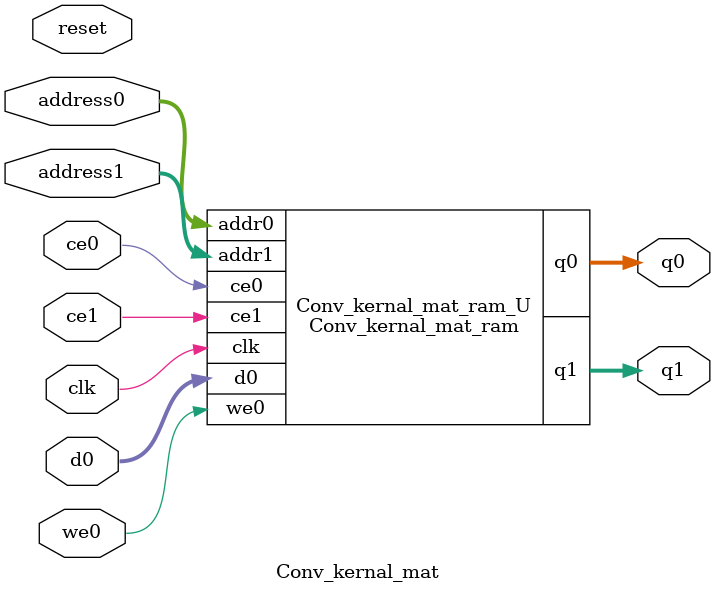
<source format=v>
`timescale 1 ns / 1 ps
module Conv_kernal_mat_ram (addr0, ce0, d0, we0, q0, addr1, ce1, q1,  clk);

parameter DWIDTH = 64;
parameter AWIDTH = 4;
parameter MEM_SIZE = 9;

input[AWIDTH-1:0] addr0;
input ce0;
input[DWIDTH-1:0] d0;
input we0;
output reg[DWIDTH-1:0] q0;
input[AWIDTH-1:0] addr1;
input ce1;
output reg[DWIDTH-1:0] q1;
input clk;

(* ram_style = "distributed" *)reg [DWIDTH-1:0] ram[0:MEM_SIZE-1];




always @(posedge clk)  
begin 
    if (ce0) 
    begin
        if (we0) 
        begin 
            ram[addr0] <= d0; 
        end 
        q0 <= ram[addr0];
    end
end


always @(posedge clk)  
begin 
    if (ce1) 
    begin
        q1 <= ram[addr1];
    end
end


endmodule

`timescale 1 ns / 1 ps
module Conv_kernal_mat(
    reset,
    clk,
    address0,
    ce0,
    we0,
    d0,
    q0,
    address1,
    ce1,
    q1);

parameter DataWidth = 32'd64;
parameter AddressRange = 32'd9;
parameter AddressWidth = 32'd4;
input reset;
input clk;
input[AddressWidth - 1:0] address0;
input ce0;
input we0;
input[DataWidth - 1:0] d0;
output[DataWidth - 1:0] q0;
input[AddressWidth - 1:0] address1;
input ce1;
output[DataWidth - 1:0] q1;



Conv_kernal_mat_ram Conv_kernal_mat_ram_U(
    .clk( clk ),
    .addr0( address0 ),
    .ce0( ce0 ),
    .we0( we0 ),
    .d0( d0 ),
    .q0( q0 ),
    .addr1( address1 ),
    .ce1( ce1 ),
    .q1( q1 ));

endmodule


</source>
